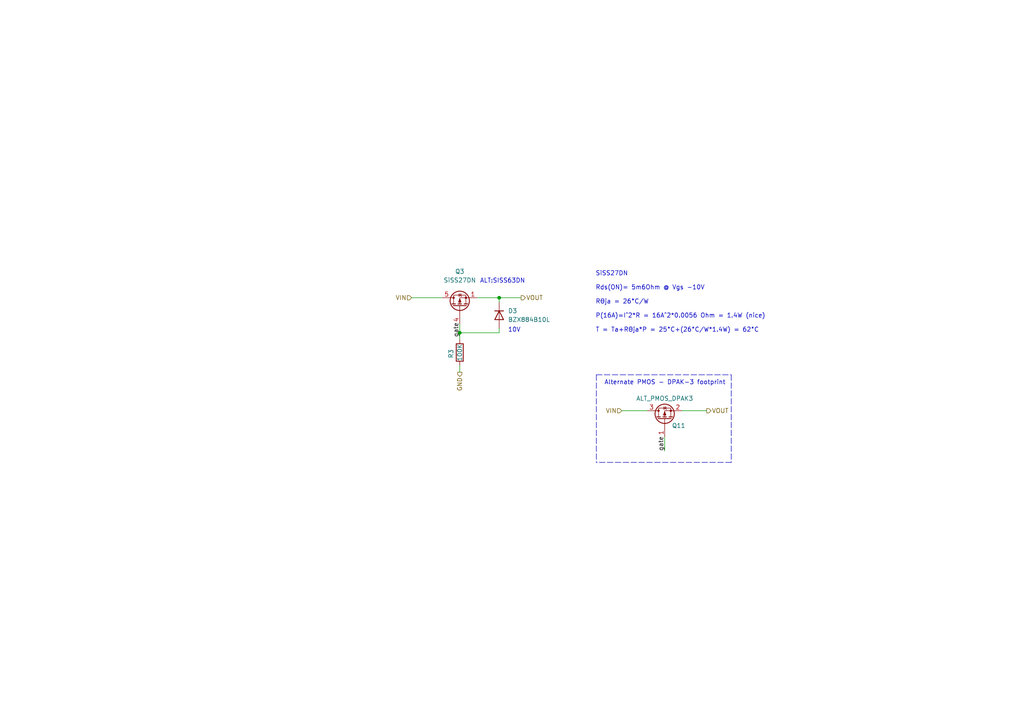
<source format=kicad_sch>
(kicad_sch (version 20211123) (generator eeschema)

  (uuid cb0040d1-8de9-42f5-8799-2ba57b5734e2)

  (paper "A4")

  (title_block
    (title "CDH_ECU")
    (date "2022-03-06")
    (rev "1.2.3")
    (company "Daniel Edwards")
    (comment 1 "Chinese Diesel Heater - modern ECU replacement")
  )

  (lib_symbols
    (symbol "Device:D" (pin_numbers hide) (pin_names (offset 1.016) hide) (in_bom yes) (on_board yes)
      (property "Reference" "D" (id 0) (at 0 2.54 0)
        (effects (font (size 1.27 1.27)))
      )
      (property "Value" "D" (id 1) (at 0 -2.54 0)
        (effects (font (size 1.27 1.27)))
      )
      (property "Footprint" "" (id 2) (at 0 0 0)
        (effects (font (size 1.27 1.27)) hide)
      )
      (property "Datasheet" "~" (id 3) (at 0 0 0)
        (effects (font (size 1.27 1.27)) hide)
      )
      (property "ki_keywords" "diode" (id 4) (at 0 0 0)
        (effects (font (size 1.27 1.27)) hide)
      )
      (property "ki_description" "Diode" (id 5) (at 0 0 0)
        (effects (font (size 1.27 1.27)) hide)
      )
      (property "ki_fp_filters" "TO-???* *_Diode_* *SingleDiode* D_*" (id 6) (at 0 0 0)
        (effects (font (size 1.27 1.27)) hide)
      )
      (symbol "D_0_1"
        (polyline
          (pts
            (xy -1.27 1.27)
            (xy -1.27 -1.27)
          )
          (stroke (width 0.254) (type default) (color 0 0 0 0))
          (fill (type none))
        )
        (polyline
          (pts
            (xy 1.27 0)
            (xy -1.27 0)
          )
          (stroke (width 0) (type default) (color 0 0 0 0))
          (fill (type none))
        )
        (polyline
          (pts
            (xy 1.27 1.27)
            (xy 1.27 -1.27)
            (xy -1.27 0)
            (xy 1.27 1.27)
          )
          (stroke (width 0.254) (type default) (color 0 0 0 0))
          (fill (type none))
        )
      )
      (symbol "D_1_1"
        (pin passive line (at -3.81 0 0) (length 2.54)
          (name "K" (effects (font (size 1.27 1.27))))
          (number "1" (effects (font (size 1.27 1.27))))
        )
        (pin passive line (at 3.81 0 180) (length 2.54)
          (name "A" (effects (font (size 1.27 1.27))))
          (number "2" (effects (font (size 1.27 1.27))))
        )
      )
    )
    (symbol "Device:Q_PMOS_GSD" (pin_names (offset 0) hide) (in_bom yes) (on_board yes)
      (property "Reference" "Q" (id 0) (at 5.08 1.27 0)
        (effects (font (size 1.27 1.27)) (justify left))
      )
      (property "Value" "Q_PMOS_GSD" (id 1) (at 5.08 -1.27 0)
        (effects (font (size 1.27 1.27)) (justify left))
      )
      (property "Footprint" "" (id 2) (at 5.08 2.54 0)
        (effects (font (size 1.27 1.27)) hide)
      )
      (property "Datasheet" "~" (id 3) (at 0 0 0)
        (effects (font (size 1.27 1.27)) hide)
      )
      (property "ki_keywords" "transistor PMOS P-MOS P-MOSFET" (id 4) (at 0 0 0)
        (effects (font (size 1.27 1.27)) hide)
      )
      (property "ki_description" "P-MOSFET transistor, gate/source/drain" (id 5) (at 0 0 0)
        (effects (font (size 1.27 1.27)) hide)
      )
      (symbol "Q_PMOS_GSD_0_1"
        (polyline
          (pts
            (xy 0.254 0)
            (xy -2.54 0)
          )
          (stroke (width 0) (type default) (color 0 0 0 0))
          (fill (type none))
        )
        (polyline
          (pts
            (xy 0.254 1.905)
            (xy 0.254 -1.905)
          )
          (stroke (width 0.254) (type default) (color 0 0 0 0))
          (fill (type none))
        )
        (polyline
          (pts
            (xy 0.762 -1.27)
            (xy 0.762 -2.286)
          )
          (stroke (width 0.254) (type default) (color 0 0 0 0))
          (fill (type none))
        )
        (polyline
          (pts
            (xy 0.762 0.508)
            (xy 0.762 -0.508)
          )
          (stroke (width 0.254) (type default) (color 0 0 0 0))
          (fill (type none))
        )
        (polyline
          (pts
            (xy 0.762 2.286)
            (xy 0.762 1.27)
          )
          (stroke (width 0.254) (type default) (color 0 0 0 0))
          (fill (type none))
        )
        (polyline
          (pts
            (xy 2.54 2.54)
            (xy 2.54 1.778)
          )
          (stroke (width 0) (type default) (color 0 0 0 0))
          (fill (type none))
        )
        (polyline
          (pts
            (xy 2.54 -2.54)
            (xy 2.54 0)
            (xy 0.762 0)
          )
          (stroke (width 0) (type default) (color 0 0 0 0))
          (fill (type none))
        )
        (polyline
          (pts
            (xy 0.762 1.778)
            (xy 3.302 1.778)
            (xy 3.302 -1.778)
            (xy 0.762 -1.778)
          )
          (stroke (width 0) (type default) (color 0 0 0 0))
          (fill (type none))
        )
        (polyline
          (pts
            (xy 2.286 0)
            (xy 1.27 0.381)
            (xy 1.27 -0.381)
            (xy 2.286 0)
          )
          (stroke (width 0) (type default) (color 0 0 0 0))
          (fill (type outline))
        )
        (polyline
          (pts
            (xy 2.794 -0.508)
            (xy 2.921 -0.381)
            (xy 3.683 -0.381)
            (xy 3.81 -0.254)
          )
          (stroke (width 0) (type default) (color 0 0 0 0))
          (fill (type none))
        )
        (polyline
          (pts
            (xy 3.302 -0.381)
            (xy 2.921 0.254)
            (xy 3.683 0.254)
            (xy 3.302 -0.381)
          )
          (stroke (width 0) (type default) (color 0 0 0 0))
          (fill (type none))
        )
        (circle (center 1.651 0) (radius 2.794)
          (stroke (width 0.254) (type default) (color 0 0 0 0))
          (fill (type none))
        )
        (circle (center 2.54 -1.778) (radius 0.254)
          (stroke (width 0) (type default) (color 0 0 0 0))
          (fill (type outline))
        )
        (circle (center 2.54 1.778) (radius 0.254)
          (stroke (width 0) (type default) (color 0 0 0 0))
          (fill (type outline))
        )
      )
      (symbol "Q_PMOS_GSD_1_1"
        (pin input line (at -5.08 0 0) (length 2.54)
          (name "G" (effects (font (size 1.27 1.27))))
          (number "1" (effects (font (size 1.27 1.27))))
        )
        (pin passive line (at 2.54 -5.08 90) (length 2.54)
          (name "S" (effects (font (size 1.27 1.27))))
          (number "2" (effects (font (size 1.27 1.27))))
        )
        (pin passive line (at 2.54 5.08 270) (length 2.54)
          (name "D" (effects (font (size 1.27 1.27))))
          (number "3" (effects (font (size 1.27 1.27))))
        )
      )
    )
    (symbol "Device:R" (pin_numbers hide) (pin_names (offset 0)) (in_bom yes) (on_board yes)
      (property "Reference" "R" (id 0) (at 2.032 0 90)
        (effects (font (size 1.27 1.27)))
      )
      (property "Value" "R" (id 1) (at 0 0 90)
        (effects (font (size 1.27 1.27)))
      )
      (property "Footprint" "" (id 2) (at -1.778 0 90)
        (effects (font (size 1.27 1.27)) hide)
      )
      (property "Datasheet" "~" (id 3) (at 0 0 0)
        (effects (font (size 1.27 1.27)) hide)
      )
      (property "ki_keywords" "R res resistor" (id 4) (at 0 0 0)
        (effects (font (size 1.27 1.27)) hide)
      )
      (property "ki_description" "Resistor" (id 5) (at 0 0 0)
        (effects (font (size 1.27 1.27)) hide)
      )
      (property "ki_fp_filters" "R_*" (id 6) (at 0 0 0)
        (effects (font (size 1.27 1.27)) hide)
      )
      (symbol "R_0_1"
        (rectangle (start -1.016 -2.54) (end 1.016 2.54)
          (stroke (width 0.254) (type default) (color 0 0 0 0))
          (fill (type none))
        )
      )
      (symbol "R_1_1"
        (pin passive line (at 0 3.81 270) (length 1.27)
          (name "~" (effects (font (size 1.27 1.27))))
          (number "1" (effects (font (size 1.27 1.27))))
        )
        (pin passive line (at 0 -3.81 90) (length 1.27)
          (name "~" (effects (font (size 1.27 1.27))))
          (number "2" (effects (font (size 1.27 1.27))))
        )
      )
    )
    (symbol "Transistor_FET:SiSS27DN" (pin_names hide) (in_bom yes) (on_board yes)
      (property "Reference" "Q" (id 0) (at 5.08 1.905 0)
        (effects (font (size 1.27 1.27)) (justify left))
      )
      (property "Value" "SiSS27DN" (id 1) (at 5.08 0 0)
        (effects (font (size 1.27 1.27)) (justify left))
      )
      (property "Footprint" "Package_SO:Vishay_PowerPAK_1212-8_Single" (id 2) (at 5.08 -1.905 0)
        (effects (font (size 1.27 1.27) italic) (justify left) hide)
      )
      (property "Datasheet" "http://www.vishay.com/docs/62847/siss27dn.pdf" (id 3) (at 0 0 90)
        (effects (font (size 1.27 1.27)) (justify left) hide)
      )
      (property "ki_keywords" "P-Channel MOSFET" (id 4) (at 0 0 0)
        (effects (font (size 1.27 1.27)) hide)
      )
      (property "ki_description" "-50A Id, -30V Vds, P-Channel MOSFET, PowerPAK 1212-8 Single" (id 5) (at 0 0 0)
        (effects (font (size 1.27 1.27)) hide)
      )
      (property "ki_fp_filters" "Vishay*PowerPAK*1212*Single*" (id 6) (at 0 0 0)
        (effects (font (size 1.27 1.27)) hide)
      )
      (symbol "SiSS27DN_0_1"
        (polyline
          (pts
            (xy 0.254 0)
            (xy -2.54 0)
          )
          (stroke (width 0) (type default) (color 0 0 0 0))
          (fill (type none))
        )
        (polyline
          (pts
            (xy 0.254 1.905)
            (xy 0.254 -1.905)
          )
          (stroke (width 0.254) (type default) (color 0 0 0 0))
          (fill (type none))
        )
        (polyline
          (pts
            (xy 0.762 -1.27)
            (xy 0.762 -2.286)
          )
          (stroke (width 0.254) (type default) (color 0 0 0 0))
          (fill (type none))
        )
        (polyline
          (pts
            (xy 0.762 0.508)
            (xy 0.762 -0.508)
          )
          (stroke (width 0.254) (type default) (color 0 0 0 0))
          (fill (type none))
        )
        (polyline
          (pts
            (xy 0.762 2.286)
            (xy 0.762 1.27)
          )
          (stroke (width 0.254) (type default) (color 0 0 0 0))
          (fill (type none))
        )
        (polyline
          (pts
            (xy 2.54 2.54)
            (xy 2.54 1.778)
          )
          (stroke (width 0) (type default) (color 0 0 0 0))
          (fill (type none))
        )
        (polyline
          (pts
            (xy 2.54 -2.54)
            (xy 2.54 0)
            (xy 0.762 0)
          )
          (stroke (width 0) (type default) (color 0 0 0 0))
          (fill (type none))
        )
        (polyline
          (pts
            (xy 0.762 1.778)
            (xy 3.302 1.778)
            (xy 3.302 -1.778)
            (xy 0.762 -1.778)
          )
          (stroke (width 0) (type default) (color 0 0 0 0))
          (fill (type none))
        )
        (polyline
          (pts
            (xy 2.286 0)
            (xy 1.27 0.381)
            (xy 1.27 -0.381)
            (xy 2.286 0)
          )
          (stroke (width 0) (type default) (color 0 0 0 0))
          (fill (type outline))
        )
        (polyline
          (pts
            (xy 2.794 -0.508)
            (xy 2.921 -0.381)
            (xy 3.683 -0.381)
            (xy 3.81 -0.254)
          )
          (stroke (width 0) (type default) (color 0 0 0 0))
          (fill (type none))
        )
        (polyline
          (pts
            (xy 3.302 -0.381)
            (xy 2.921 0.254)
            (xy 3.683 0.254)
            (xy 3.302 -0.381)
          )
          (stroke (width 0) (type default) (color 0 0 0 0))
          (fill (type none))
        )
        (circle (center 1.651 0) (radius 2.794)
          (stroke (width 0.254) (type default) (color 0 0 0 0))
          (fill (type none))
        )
        (circle (center 2.54 -1.778) (radius 0.254)
          (stroke (width 0) (type default) (color 0 0 0 0))
          (fill (type outline))
        )
        (circle (center 2.54 1.778) (radius 0.254)
          (stroke (width 0) (type default) (color 0 0 0 0))
          (fill (type outline))
        )
      )
      (symbol "SiSS27DN_1_1"
        (pin passive line (at 2.54 -5.08 90) (length 2.54)
          (name "S" (effects (font (size 1.27 1.27))))
          (number "1" (effects (font (size 1.27 1.27))))
        )
        (pin passive line (at 2.54 -5.08 90) (length 2.54) hide
          (name "S" (effects (font (size 1.27 1.27))))
          (number "2" (effects (font (size 1.27 1.27))))
        )
        (pin passive line (at 2.54 -5.08 90) (length 2.54) hide
          (name "S" (effects (font (size 1.27 1.27))))
          (number "3" (effects (font (size 1.27 1.27))))
        )
        (pin passive line (at -5.08 0 0) (length 2.54)
          (name "G" (effects (font (size 1.27 1.27))))
          (number "4" (effects (font (size 1.27 1.27))))
        )
        (pin passive line (at 2.54 5.08 270) (length 2.54)
          (name "D" (effects (font (size 1.27 1.27))))
          (number "5" (effects (font (size 1.27 1.27))))
        )
      )
    )
  )

  (junction (at 144.78 86.36) (diameter 0) (color 0 0 0 0)
    (uuid 6e854d36-9e20-4793-8327-0fa96d09d9bd)
  )
  (junction (at 133.35 96.52) (diameter 0) (color 0 0 0 0)
    (uuid d76b2427-0953-42fc-b64c-f36650f854d3)
  )

  (wire (pts (xy 197.866 119.126) (xy 204.978 119.126))
    (stroke (width 0) (type default) (color 0 0 0 0))
    (uuid 0cfb9513-5576-4841-a81c-2d7cd29238c6)
  )
  (polyline (pts (xy 212.09 108.712) (xy 212.09 134.112))
    (stroke (width 0) (type default) (color 0 0 0 0))
    (uuid 17ba4ca1-564d-4813-b96b-fc307f128682)
  )
  (polyline (pts (xy 212.09 134.112) (xy 172.974 134.112))
    (stroke (width 0) (type default) (color 0 0 0 0))
    (uuid 220d9b03-dbbb-410e-98a9-0a7252dac6b1)
  )
  (polyline (pts (xy 172.974 108.712) (xy 172.974 134.112))
    (stroke (width 0) (type default) (color 0 0 0 0))
    (uuid 2fedebb5-8ca2-4d26-935d-cbd51d4b6fb0)
  )

  (wire (pts (xy 144.78 87.63) (xy 144.78 86.36))
    (stroke (width 0) (type default) (color 0 0 0 0))
    (uuid 3d9ee2e1-ce37-4f51-b1fd-90307824949a)
  )
  (wire (pts (xy 133.35 96.52) (xy 144.78 96.52))
    (stroke (width 0) (type default) (color 0 0 0 0))
    (uuid 6f013da1-ca8d-4120-b96b-fe72cc7674c2)
  )
  (wire (pts (xy 192.786 126.746) (xy 192.786 130.81))
    (stroke (width 0) (type default) (color 0 0 0 0))
    (uuid 94ff38f1-e72a-431e-b900-dfa3368f6ca8)
  )
  (wire (pts (xy 180.34 119.126) (xy 187.706 119.126))
    (stroke (width 0) (type default) (color 0 0 0 0))
    (uuid b5753ceb-e330-4f02-8d72-d400cb52dded)
  )
  (wire (pts (xy 138.43 86.36) (xy 144.78 86.36))
    (stroke (width 0) (type default) (color 0 0 0 0))
    (uuid c687561e-c382-48c1-b069-cd300809bba5)
  )
  (wire (pts (xy 133.35 96.52) (xy 133.35 98.425))
    (stroke (width 0) (type default) (color 0 0 0 0))
    (uuid d5fbf3de-5327-4fb1-a77f-98f4958b74f2)
  )
  (polyline (pts (xy 172.974 108.712) (xy 212.09 108.712))
    (stroke (width 0) (type default) (color 0 0 0 0))
    (uuid d9bf7a52-2b60-47d1-9ebe-900a7f30ca12)
  )

  (wire (pts (xy 144.78 95.25) (xy 144.78 96.52))
    (stroke (width 0) (type default) (color 0 0 0 0))
    (uuid e7eeb895-ffdd-465a-b865-d7eb04417708)
  )
  (wire (pts (xy 133.35 96.52) (xy 133.35 93.98))
    (stroke (width 0) (type default) (color 0 0 0 0))
    (uuid eadc10e7-7f4c-48a2-8332-375a729c3de0)
  )
  (wire (pts (xy 119.38 86.36) (xy 128.27 86.36))
    (stroke (width 0) (type default) (color 0 0 0 0))
    (uuid eb622822-bc09-4dd7-b1e7-9315de015176)
  )
  (wire (pts (xy 133.35 106.045) (xy 133.35 107.95))
    (stroke (width 0) (type default) (color 0 0 0 0))
    (uuid ef49a903-7d94-4332-a461-f2c0e0c9a8fa)
  )
  (wire (pts (xy 144.78 86.36) (xy 151.13 86.36))
    (stroke (width 0) (type default) (color 0 0 0 0))
    (uuid f5ebf8d7-9c53-4154-8f0d-b8aee0eb85d9)
  )

  (text "SiSS27DN\n\nRds(ON)= 5m6Ohm @ Vgs -10V\n\nRϴja = 26°C/W\n\nP(16A)=I^2*R = 16A^2*0.0056 Ohm = 1.4W (nice)\n\nT = Ta+Rϴja*P = 25°C+(26°C/W*1.4W) = 62°C"
    (at 172.72 96.52 0)
    (effects (font (size 1.27 1.27)) (justify left bottom))
    (uuid 32316b90-e96c-4c17-9ac0-2e9d5018d3b0)
  )
  (text "ALT:SISS63DN" (at 139.192 82.296 0)
    (effects (font (size 1.27 1.27)) (justify left bottom))
    (uuid 5a1b30e3-2214-4797-9b7f-5ee204e5349b)
  )
  (text "10V" (at 147.32 96.52 0)
    (effects (font (size 1.27 1.27)) (justify left bottom))
    (uuid dc9d39dc-965d-4f87-b288-832c1b5eed3e)
  )
  (text "Alternate PMOS - DPAK-3 footprint\n" (at 175.26 111.76 0)
    (effects (font (size 1.27 1.27)) (justify left bottom))
    (uuid ffb095dd-5623-4b48-97b7-581bd252c9b2)
  )

  (label "gate" (at 192.786 130.81 90)
    (effects (font (size 1.27 1.27)) (justify left bottom))
    (uuid 47b22926-1d70-4e34-94b3-0347183bc2cb)
  )
  (label "gate" (at 133.35 97.79 90)
    (effects (font (size 1.27 1.27)) (justify left bottom))
    (uuid eb1d3d7e-6061-4da1-ab3d-065d9c1d2e93)
  )

  (hierarchical_label "VOUT" (shape output) (at 204.978 119.126 0)
    (effects (font (size 1.27 1.27)) (justify left))
    (uuid 129903ff-c98b-4d3c-9273-6efd01c8643d)
  )
  (hierarchical_label "VIN" (shape input) (at 119.38 86.36 180)
    (effects (font (size 1.27 1.27)) (justify right))
    (uuid 2d4f6b93-20f8-4a69-b819-86e676f5f3cd)
  )
  (hierarchical_label "VOUT" (shape output) (at 151.13 86.36 0)
    (effects (font (size 1.27 1.27)) (justify left))
    (uuid 32320f78-c396-41a4-ab9f-d3ef9a413a75)
  )
  (hierarchical_label "VIN" (shape input) (at 180.34 119.126 180)
    (effects (font (size 1.27 1.27)) (justify right))
    (uuid 72830eea-a347-4a0a-8b29-656ac8bed379)
  )
  (hierarchical_label "GND" (shape output) (at 133.35 107.95 270)
    (effects (font (size 1.27 1.27)) (justify right))
    (uuid b1187549-1d31-49c4-a2ef-a82bc4275c8f)
  )

  (symbol (lib_id "Device:D") (at 144.78 91.44 270) (unit 1)
    (in_bom yes) (on_board yes) (fields_autoplaced)
    (uuid 4d5ebff4-4789-4847-8f64-978671745e41)
    (property "Reference" "D3" (id 0) (at 147.32 90.1699 90)
      (effects (font (size 1.27 1.27)) (justify left))
    )
    (property "Value" "BZX884B10L" (id 1) (at 147.32 92.7099 90)
      (effects (font (size 1.27 1.27)) (justify left))
    )
    (property "Footprint" "Diode_SMD:D_0402_1005Metric" (id 2) (at 144.78 91.44 0)
      (effects (font (size 1.27 1.27)) hide)
    )
    (property "Datasheet" "~" (id 3) (at 144.78 91.44 0)
      (effects (font (size 1.27 1.27)) hide)
    )
    (pin "1" (uuid 7447f5c1-dc73-46c6-82e4-06d8657a6cb6))
    (pin "2" (uuid 3761cd20-c69a-474c-91fc-894b62d3ac1f))
  )

  (symbol (lib_id "Transistor_FET:SiSS27DN") (at 133.35 88.9 90) (unit 1)
    (in_bom yes) (on_board yes)
    (uuid 6389551a-2c8b-423e-b6f0-4c81e5eec4e7)
    (property "Reference" "Q3" (id 0) (at 133.35 78.74 90))
    (property "Value" "SiSS27DN" (id 1) (at 133.35 81.28 90))
    (property "Footprint" "Package_SO:Vishay_PowerPAK_1212-8_Single" (id 2) (at 135.255 83.82 0)
      (effects (font (size 1.27 1.27) italic) (justify left) hide)
    )
    (property "Datasheet" "http://www.vishay.com/docs/62847/siss27dn.pdf" (id 3) (at 133.35 88.9 90)
      (effects (font (size 1.27 1.27)) (justify left) hide)
    )
    (pin "1" (uuid 2772d8b4-da38-4bbc-b866-363e167ae1b2))
    (pin "2" (uuid e32fcff6-a6c9-47ce-8794-5b735703d1b8))
    (pin "3" (uuid 4e9793ef-6754-4512-b7f2-76f98f7c96a2))
    (pin "4" (uuid b26007e8-c2be-4e6a-898d-55e1d014e8eb))
    (pin "5" (uuid 0768ecd2-90f8-45c6-a91e-b1e4bbe0b861))
  )

  (symbol (lib_id "Device:Q_PMOS_GSD") (at 192.786 121.666 90) (unit 1)
    (in_bom yes) (on_board yes)
    (uuid ca1a2840-e6d2-4f75-8565-f4c77d34251d)
    (property "Reference" "Q11" (id 0) (at 196.85 123.444 90))
    (property "Value" "ALT_PMOS_DPAK3" (id 1) (at 192.786 115.57 90))
    (property "Footprint" "Package_TO_SOT_SMD:TO-252-2" (id 2) (at 190.246 116.586 0)
      (effects (font (size 1.27 1.27)) hide)
    )
    (property "Datasheet" "~" (id 3) (at 192.786 121.666 0)
      (effects (font (size 1.27 1.27)) hide)
    )
    (pin "1" (uuid eaf97731-9f5a-467d-8bd4-d331c014b4b6))
    (pin "2" (uuid b63fbee6-bbb1-4cb4-9976-3cda8ec006d5))
    (pin "3" (uuid 1e2efcac-c1b0-4925-90d5-122f36d08dba))
  )

  (symbol (lib_id "Device:R") (at 133.35 102.235 0) (unit 1)
    (in_bom yes) (on_board yes)
    (uuid f3889055-c7bd-497a-8bfa-03664c1a0ef1)
    (property "Reference" "R3" (id 0) (at 130.81 101.2687 90)
      (effects (font (size 1.27 1.27)) (justify right))
    )
    (property "Value" "100K" (id 1) (at 133.35 99.695 90)
      (effects (font (size 1.27 1.27)) (justify right))
    )
    (property "Footprint" "Resistor_SMD:R_0805_2012Metric" (id 2) (at 131.572 102.235 90)
      (effects (font (size 1.27 1.27)) hide)
    )
    (property "Datasheet" "~" (id 3) (at 133.35 102.235 0)
      (effects (font (size 1.27 1.27)) hide)
    )
    (pin "1" (uuid ea9142cb-0ebe-4057-a1ac-e74de81ce750))
    (pin "2" (uuid 50cddbf1-7e1b-46ff-aae6-e4f56403916c))
  )
)

</source>
